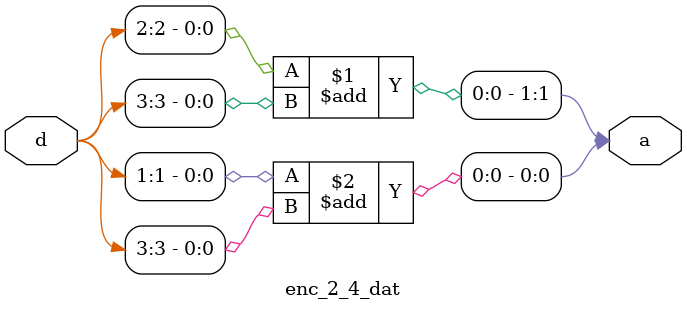
<source format=v>
module enc_2_4_dat(output [1:0] a,input [3:0] d);
   assign a[1]=d[2]+d[3];
   assign a[0]=d[1]+d[3];
endmodule

</source>
